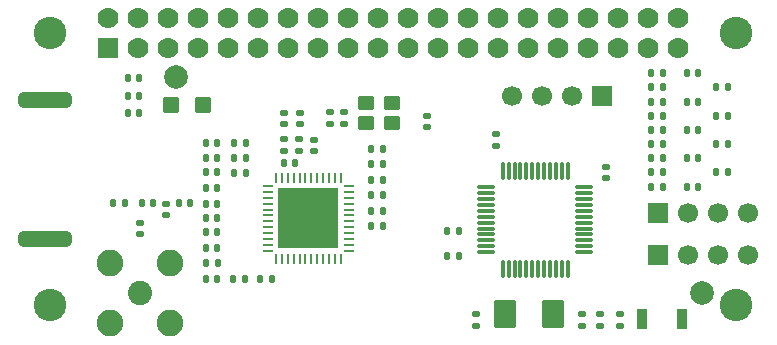
<source format=gts>
%TF.GenerationSoftware,KiCad,Pcbnew,9.0.7*%
%TF.CreationDate,2026-02-16T10:45:38-05:00*%
%TF.ProjectId,mmdvm_hs-hat,6d6d6476-6d5f-4687-932d-6861742e6b69,1.6*%
%TF.SameCoordinates,Original*%
%TF.FileFunction,Soldermask,Top*%
%TF.FilePolarity,Negative*%
%FSLAX46Y46*%
G04 Gerber Fmt 4.6, Leading zero omitted, Abs format (unit mm)*
G04 Created by KiCad (PCBNEW 9.0.7) date 2026-02-16 10:45:38*
%MOMM*%
%LPD*%
G01*
G04 APERTURE LIST*
G04 Aperture macros list*
%AMRoundRect*
0 Rectangle with rounded corners*
0 $1 Rounding radius*
0 $2 $3 $4 $5 $6 $7 $8 $9 X,Y pos of 4 corners*
0 Add a 4 corners polygon primitive as box body*
4,1,4,$2,$3,$4,$5,$6,$7,$8,$9,$2,$3,0*
0 Add four circle primitives for the rounded corners*
1,1,$1+$1,$2,$3*
1,1,$1+$1,$4,$5*
1,1,$1+$1,$6,$7*
1,1,$1+$1,$8,$9*
0 Add four rect primitives between the rounded corners*
20,1,$1+$1,$2,$3,$4,$5,0*
20,1,$1+$1,$4,$5,$6,$7,0*
20,1,$1+$1,$6,$7,$8,$9,0*
20,1,$1+$1,$8,$9,$2,$3,0*%
G04 Aperture macros list end*
%ADD10RoundRect,0.140000X-0.170000X0.140000X-0.170000X-0.140000X0.170000X-0.140000X0.170000X0.140000X0*%
%ADD11RoundRect,0.140000X-0.140000X-0.170000X0.140000X-0.170000X0.140000X0.170000X-0.140000X0.170000X0*%
%ADD12RoundRect,0.140000X0.140000X0.170000X-0.140000X0.170000X-0.140000X-0.170000X0.140000X-0.170000X0*%
%ADD13RoundRect,0.140000X0.170000X-0.140000X0.170000X0.140000X-0.170000X0.140000X-0.170000X-0.140000X0*%
%ADD14RoundRect,0.147500X0.147500X0.172500X-0.147500X0.172500X-0.147500X-0.172500X0.147500X-0.172500X0*%
%ADD15C,2.050000*%
%ADD16C,2.250000*%
%ADD17C,2.748280*%
%ADD18R,1.778000X1.778000*%
%ADD19C,1.778000*%
%ADD20RoundRect,0.135000X0.135000X0.185000X-0.135000X0.185000X-0.135000X-0.185000X0.135000X-0.185000X0*%
%ADD21RoundRect,0.135000X0.185000X-0.135000X0.185000X0.135000X-0.185000X0.135000X-0.185000X-0.135000X0*%
%ADD22RoundRect,0.135000X-0.135000X-0.185000X0.135000X-0.185000X0.135000X0.185000X-0.135000X0.185000X0*%
%ADD23R,0.900000X1.700000*%
%ADD24RoundRect,0.062500X-0.337500X-0.062500X0.337500X-0.062500X0.337500X0.062500X-0.337500X0.062500X0*%
%ADD25RoundRect,0.062500X-0.062500X-0.337500X0.062500X-0.337500X0.062500X0.337500X-0.062500X0.337500X0*%
%ADD26R,5.100000X5.100000*%
%ADD27RoundRect,0.075000X0.075000X-0.662500X0.075000X0.662500X-0.075000X0.662500X-0.075000X-0.662500X0*%
%ADD28RoundRect,0.075000X0.662500X-0.075000X0.662500X0.075000X-0.662500X0.075000X-0.662500X-0.075000X0*%
%ADD29RoundRect,0.250000X0.450000X0.350000X-0.450000X0.350000X-0.450000X-0.350000X0.450000X-0.350000X0*%
%ADD30RoundRect,0.250000X-0.700000X-0.950000X0.700000X-0.950000X0.700000X0.950000X-0.700000X0.950000X0*%
%ADD31R,1.700000X1.700000*%
%ADD32C,1.700000*%
%ADD33RoundRect,0.325000X1.925000X-0.325000X1.925000X0.325000X-1.925000X0.325000X-1.925000X-0.325000X0*%
%ADD34RoundRect,0.250000X-0.457500X-0.445000X0.457500X-0.445000X0.457500X0.445000X-0.457500X0.445000X0*%
%ADD35RoundRect,0.147500X-0.147500X-0.172500X0.147500X-0.172500X0.147500X0.172500X-0.147500X0.172500X0*%
%ADD36C,2.000000*%
G04 APERTURE END LIST*
D10*
%TO.C,C1*%
X168750000Y-123670000D03*
X168750000Y-124630000D03*
%TD*%
D11*
%TO.C,C2*%
X172120000Y-121000000D03*
X173080000Y-121000000D03*
%TD*%
%TO.C,C3*%
X172120000Y-119750000D03*
X173080000Y-119750000D03*
%TD*%
D12*
%TO.C,C4*%
X173080000Y-123650000D03*
X172120000Y-123650000D03*
%TD*%
%TO.C,C5*%
X173080000Y-124850000D03*
X172120000Y-124850000D03*
%TD*%
%TO.C,C6*%
X173080000Y-127400000D03*
X172120000Y-127400000D03*
%TD*%
%TO.C,C7*%
X173080000Y-130000000D03*
X172120000Y-130000000D03*
%TD*%
%TO.C,C8*%
X173080000Y-118500000D03*
X172120000Y-118500000D03*
%TD*%
%TO.C,C9*%
X175480000Y-121050000D03*
X174520000Y-121050000D03*
%TD*%
D11*
%TO.C,C10*%
X176720000Y-130000000D03*
X177680000Y-130000000D03*
%TD*%
D12*
%TO.C,C11*%
X175480000Y-118500000D03*
X174520000Y-118500000D03*
%TD*%
D13*
%TO.C,C13*%
X180050000Y-116930000D03*
X180050000Y-115970000D03*
%TD*%
%TO.C,C14*%
X181300000Y-119180000D03*
X181300000Y-118220000D03*
%TD*%
D10*
%TO.C,C15*%
X182650000Y-115920000D03*
X182650000Y-116880000D03*
%TD*%
%TO.C,C16*%
X205500000Y-133020000D03*
X205500000Y-133980000D03*
%TD*%
D13*
%TO.C,C17*%
X183850000Y-116880000D03*
X183850000Y-115920000D03*
%TD*%
D12*
%TO.C,C18*%
X187080000Y-119050000D03*
X186120000Y-119050000D03*
%TD*%
D10*
%TO.C,C19*%
X190850000Y-116220000D03*
X190850000Y-117180000D03*
%TD*%
D12*
%TO.C,C20*%
X187080000Y-125550000D03*
X186120000Y-125550000D03*
%TD*%
D13*
%TO.C,C21*%
X195000000Y-133980000D03*
X195000000Y-133020000D03*
%TD*%
D12*
%TO.C,C22*%
X187080000Y-124250000D03*
X186120000Y-124250000D03*
%TD*%
D13*
%TO.C,C23*%
X204000000Y-133980000D03*
X204000000Y-133020000D03*
%TD*%
D12*
%TO.C,C24*%
X193520000Y-128050000D03*
X192560000Y-128050000D03*
%TD*%
D13*
%TO.C,C25*%
X206000000Y-121480000D03*
X206000000Y-120520000D03*
%TD*%
%TO.C,C26*%
X196700000Y-118730000D03*
X196700000Y-117770000D03*
%TD*%
D14*
%TO.C,D1*%
X216285000Y-113750000D03*
X215315000Y-113750000D03*
%TD*%
%TO.C,D2*%
X213785000Y-112600000D03*
X212815000Y-112600000D03*
%TD*%
%TO.C,D3*%
X213785000Y-115000000D03*
X212815000Y-115000000D03*
%TD*%
%TO.C,D4*%
X216285000Y-116200000D03*
X215315000Y-116200000D03*
%TD*%
%TO.C,D5*%
X213785000Y-117400000D03*
X212815000Y-117400000D03*
%TD*%
%TO.C,D6*%
X216285000Y-118600000D03*
X215315000Y-118600000D03*
%TD*%
%TO.C,D7*%
X213785000Y-119800000D03*
X212815000Y-119800000D03*
%TD*%
D15*
%TO.C,P3*%
X166500000Y-131250000D03*
D16*
X163960000Y-128710000D03*
X163960000Y-133790000D03*
X169040000Y-128710000D03*
X169040000Y-133790000D03*
%TD*%
D17*
%TO.C,PI1*%
X158958280Y-109237121D03*
X158958280Y-132239361D03*
X216959180Y-109237121D03*
X216959180Y-132239361D03*
D18*
X163830000Y-110507121D03*
D19*
X163830000Y-107967121D03*
X166370000Y-110507121D03*
X166370000Y-107967121D03*
X168910000Y-110507121D03*
X168910000Y-107967121D03*
X171450000Y-110507121D03*
X171450000Y-107967121D03*
X173990000Y-110507121D03*
X173990000Y-107967121D03*
X176530000Y-110507121D03*
X176530000Y-107967121D03*
X179070000Y-110507121D03*
X179070000Y-107967121D03*
X181610000Y-110507121D03*
X181610000Y-107967121D03*
X184150000Y-110507121D03*
X184150000Y-107967121D03*
X186690000Y-110507121D03*
X186690000Y-107967121D03*
X189230000Y-110507121D03*
X189230000Y-107967121D03*
X191770000Y-110507121D03*
X191770000Y-107967121D03*
X194310000Y-110507121D03*
X194310000Y-107967121D03*
X196850000Y-110507121D03*
X196850000Y-107967121D03*
X199390000Y-110507121D03*
X199390000Y-107967121D03*
X201930000Y-110507121D03*
X201930000Y-107967121D03*
X204470000Y-110507121D03*
X204470000Y-107967121D03*
X207010000Y-110507121D03*
X207010000Y-107967121D03*
X209550000Y-110507121D03*
X209550000Y-107967121D03*
X212090000Y-110507121D03*
X212090000Y-107967121D03*
%TD*%
D20*
%TO.C,R1*%
X193550000Y-125984000D03*
X192530000Y-125984000D03*
%TD*%
%TO.C,R2*%
X173110000Y-128700000D03*
X172090000Y-128700000D03*
%TD*%
D21*
%TO.C,R5*%
X178700000Y-119210000D03*
X178700000Y-118190000D03*
%TD*%
%TO.C,R6*%
X180000000Y-119210000D03*
X180000000Y-118190000D03*
%TD*%
%TO.C,R7*%
X207200000Y-134010000D03*
X207200000Y-132990000D03*
%TD*%
D20*
%TO.C,R8*%
X187110000Y-120300000D03*
X186090000Y-120300000D03*
%TD*%
%TO.C,R9*%
X187110000Y-121600000D03*
X186090000Y-121600000D03*
%TD*%
%TO.C,R10*%
X187110000Y-122900000D03*
X186090000Y-122900000D03*
%TD*%
%TO.C,R11*%
X210810000Y-112600000D03*
X209790000Y-112600000D03*
%TD*%
%TO.C,R12*%
X210810000Y-115000000D03*
X209790000Y-115000000D03*
%TD*%
%TO.C,R13*%
X210810000Y-116200000D03*
X209790000Y-116200000D03*
%TD*%
%TO.C,R14*%
X210810000Y-117400000D03*
X209790000Y-117400000D03*
%TD*%
%TO.C,R15*%
X210810000Y-118600000D03*
X209790000Y-118600000D03*
%TD*%
%TO.C,R16*%
X210810000Y-119800000D03*
X209790000Y-119800000D03*
%TD*%
%TO.C,R17*%
X210810000Y-121000000D03*
X209790000Y-121000000D03*
%TD*%
D22*
%TO.C,R18*%
X209790000Y-113800000D03*
X210810000Y-113800000D03*
%TD*%
D23*
%TO.C,SW1*%
X209000000Y-133400000D03*
X212400000Y-133400000D03*
%TD*%
D24*
%TO.C,U1*%
X177343750Y-122143750D03*
X177343750Y-122643750D03*
X177343750Y-123143750D03*
X177343750Y-123643750D03*
X177343750Y-124143750D03*
X177343750Y-124643750D03*
X177343750Y-125143750D03*
X177343750Y-125643750D03*
X177343750Y-126143750D03*
X177343750Y-126643750D03*
X177343750Y-127143750D03*
X177343750Y-127643750D03*
D25*
X178043750Y-128343750D03*
X178543750Y-128343750D03*
X179043750Y-128343750D03*
X179543750Y-128343750D03*
X180043750Y-128343750D03*
X180543750Y-128343750D03*
X181043750Y-128343750D03*
X181543750Y-128343750D03*
X182043750Y-128343750D03*
X182543750Y-128343750D03*
X183043750Y-128343750D03*
X183543750Y-128343750D03*
D24*
X184243750Y-127643750D03*
X184243750Y-127143750D03*
X184243750Y-126643750D03*
X184243750Y-126143750D03*
X184243750Y-125643750D03*
X184243750Y-125143750D03*
X184243750Y-124643750D03*
X184243750Y-124143750D03*
X184243750Y-123643750D03*
X184243750Y-123143750D03*
X184243750Y-122643750D03*
X184243750Y-122143750D03*
D25*
X183543750Y-121443750D03*
X183043750Y-121443750D03*
X182543750Y-121443750D03*
X182043750Y-121443750D03*
X181543750Y-121443750D03*
X181043750Y-121443750D03*
X180543750Y-121443750D03*
X180043750Y-121443750D03*
X179543750Y-121443750D03*
X179043750Y-121443750D03*
X178543750Y-121443750D03*
X178043750Y-121443750D03*
D26*
X180793750Y-124893750D03*
%TD*%
D27*
%TO.C,U2*%
X197250000Y-129162500D03*
X197750000Y-129162500D03*
X198250000Y-129162500D03*
X198750000Y-129162500D03*
X199250000Y-129162500D03*
X199750000Y-129162500D03*
X200250000Y-129162500D03*
X200750000Y-129162500D03*
X201250000Y-129162500D03*
X201750000Y-129162500D03*
X202250000Y-129162500D03*
X202750000Y-129162500D03*
D28*
X204162500Y-127750000D03*
X204162500Y-127250000D03*
X204162500Y-126750000D03*
X204162500Y-126250000D03*
X204162500Y-125750000D03*
X204162500Y-125250000D03*
X204162500Y-124750000D03*
X204162500Y-124250000D03*
X204162500Y-123750000D03*
X204162500Y-123250000D03*
X204162500Y-122750000D03*
X204162500Y-122250000D03*
D27*
X202750000Y-120837500D03*
X202250000Y-120837500D03*
X201750000Y-120837500D03*
X201250000Y-120837500D03*
X200750000Y-120837500D03*
X200250000Y-120837500D03*
X199750000Y-120837500D03*
X199250000Y-120837500D03*
X198750000Y-120837500D03*
X198250000Y-120837500D03*
X197750000Y-120837500D03*
X197250000Y-120837500D03*
D28*
X195837500Y-122250000D03*
X195837500Y-122750000D03*
X195837500Y-123250000D03*
X195837500Y-123750000D03*
X195837500Y-124250000D03*
X195837500Y-124750000D03*
X195837500Y-125250000D03*
X195837500Y-125750000D03*
X195837500Y-126250000D03*
X195837500Y-126750000D03*
X195837500Y-127250000D03*
X195837500Y-127750000D03*
%TD*%
D29*
%TO.C,X1*%
X187850000Y-115150000D03*
X185650000Y-115150000D03*
X185650000Y-116850000D03*
X187850000Y-116850000D03*
%TD*%
D30*
%TO.C,Y1*%
X197400000Y-133000000D03*
X201500000Y-133000000D03*
%TD*%
D14*
%TO.C,D8*%
X216285000Y-121000000D03*
X215315000Y-121000000D03*
%TD*%
D22*
%TO.C,R3*%
X174390000Y-130000000D03*
X175410000Y-130000000D03*
%TD*%
D20*
%TO.C,R4*%
X175510000Y-119800000D03*
X174490000Y-119800000D03*
%TD*%
D31*
%TO.C,P1*%
X210420000Y-124418600D03*
D32*
X212960000Y-124418600D03*
X215500000Y-124418600D03*
X218040000Y-124418600D03*
%TD*%
D31*
%TO.C,P2*%
X210420000Y-128000000D03*
D32*
X212960000Y-128000000D03*
X215500000Y-128000000D03*
X218040000Y-128000000D03*
%TD*%
D31*
%TO.C,P4*%
X205638400Y-114503200D03*
D32*
X203098400Y-114503200D03*
X200558400Y-114503200D03*
X198018400Y-114503200D03*
%TD*%
D33*
%TO.C,AE1*%
X158500000Y-126600000D03*
X158500000Y-114900000D03*
%TD*%
D11*
%TO.C,C29*%
X165520000Y-113000000D03*
X166480000Y-113000000D03*
%TD*%
D34*
%TO.C,C30*%
X169147500Y-115250000D03*
X171852500Y-115250000D03*
%TD*%
D12*
%TO.C,C31*%
X166480000Y-116000000D03*
X165520000Y-116000000D03*
%TD*%
D35*
%TO.C,L5*%
X165515000Y-114500000D03*
X166485000Y-114500000D03*
%TD*%
D13*
%TO.C,C27*%
X166500000Y-126230000D03*
X166500000Y-125270000D03*
%TD*%
D12*
%TO.C,C28*%
X165230000Y-123600000D03*
X164270000Y-123600000D03*
%TD*%
D35*
%TO.C,L1*%
X166665000Y-123600000D03*
X167635000Y-123600000D03*
%TD*%
%TO.C,L2*%
X169815000Y-123600000D03*
X170785000Y-123600000D03*
%TD*%
D14*
%TO.C,L3*%
X173085000Y-122350000D03*
X172115000Y-122350000D03*
%TD*%
D35*
%TO.C,L4*%
X172115000Y-126049200D03*
X173085000Y-126049200D03*
%TD*%
D14*
%TO.C,D9*%
X213785000Y-122200000D03*
X212815000Y-122200000D03*
%TD*%
D20*
%TO.C,R19*%
X210810000Y-122200000D03*
X209790000Y-122200000D03*
%TD*%
D13*
%TO.C,C12*%
X178700000Y-116930000D03*
X178700000Y-115970000D03*
%TD*%
D35*
%TO.C,L6*%
X178686600Y-120200000D03*
X179656600Y-120200000D03*
%TD*%
D36*
%TO.C,REF\u002A\u002A*%
X169600000Y-112900000D03*
%TD*%
%TO.C,REF\u002A\u002A*%
X214100000Y-131200000D03*
%TD*%
M02*

</source>
